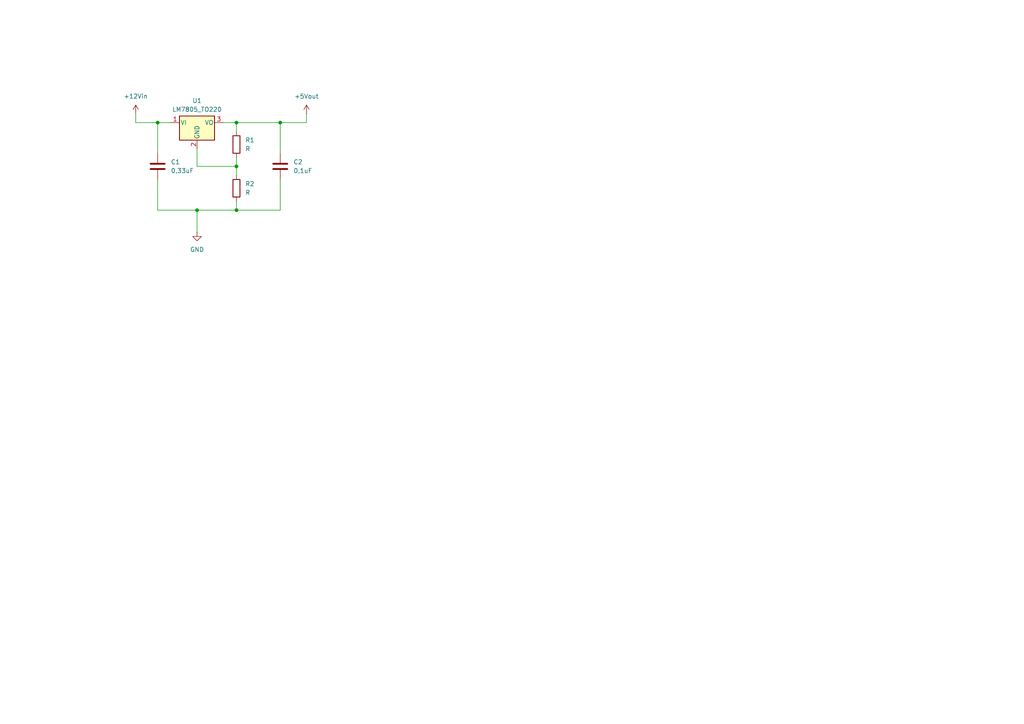
<source format=kicad_sch>
(kicad_sch (version 20250114) (generator "eeschema") (generator_version "9.0")
  (paper "A4")
  (lib_symbols
    (symbol "Device:C" (pin_numbers (hide yes)) (pin_names (offset 0.254))
      (property "Reference" "C" (at 0.635 2.54 0))
      (property "Value" "C" (at 0.635 -2.54 0))
      (symbol "C_0_1"
        (polyline (pts (xy -2.032 0.762) (xy 2.032 0.762)) (stroke (width 0.508)))
        (polyline (pts (xy -2.032 -0.762) (xy 2.032 -0.762)) (stroke (width 0.508)))
      )
      (symbol "C_1_1"
        (pin passive line (at 0 3.81 270) (length 2.794) (name "~") (number "1"))
        (pin passive line (at 0 -3.81 90) (length 2.794) (name "~") (number "2"))
      )
    )
    (symbol "Device:R" (pin_numbers (hide yes)) (pin_names (offset 0))
      (property "Reference" "R" (at 2.032 0 90))
      (property "Value" "R" (at 0 0 90))
      (symbol "R_0_1"
        (rectangle (start -1.016 -2.54) (end 1.016 2.54) (stroke (width 0.254)))
      )
      (symbol "R_1_1"
        (pin passive line (at 0 3.81 270) (length 1.27) (name "~") (number "1"))
        (pin passive line (at 0 -3.81 90) (length 1.27) (name "~") (number "2"))
      )
    )
    (symbol "Regulator_Linear:LM7805_TO220" (pin_names (offset 0.254))
      (property "Reference" "U" (at -3.81 3.175 0))
      (property "Value" "LM7805_TO220" (at 0 3.175 0))
      (symbol "LM7805_TO220_0_1"
        (rectangle (start -5.08 1.905) (end 5.08 -5.08) (stroke (width 0.254)) (fill (type background)))
      )
      (symbol "LM7805_TO220_1_1"
        (pin power_in line (at -7.62 0 0) (length 2.54) (name "VI") (number "1"))
        (pin power_in line (at 0 -7.62 90) (length 2.54) (name "GND") (number "2"))
        (pin power_out line (at 7.62 0 180) (length 2.54) (name "VO") (number "3"))
      )
    )
    (symbol "power:+12V" (power) (pin_numbers (hide yes)) (pin_names (offset 0) (hide yes))
      (property "Value" "+12V" (at 0 3.556 0))
      (symbol "+12V_0_1"
        (polyline (pts (xy -0.762 1.27) (xy 0 2.54)))
        (polyline (pts (xy 0 2.54) (xy 0.762 1.27)))
        (polyline (pts (xy 0 0) (xy 0 2.54)))
      )
      (symbol "+12V_1_1"
        (pin power_in line (at 0 0 90) (length 0) (name "~") (number "1"))
      )
    )
    (symbol "power:GND" (power) (pin_numbers (hide yes)) (pin_names (offset 0) (hide yes))
      (property "Value" "GND" (at 0 -3.81 0))
      (symbol "GND_0_1"
        (polyline (pts (xy 0 0) (xy 0 -1.27) (xy 1.27 -1.27) (xy 0 -2.54) (xy -1.27 -1.27) (xy 0 -1.27)))
      )
      (symbol "GND_1_1"
        (pin power_in line (at 0 0 270) (length 0) (name "~") (number "1"))
      )
    )
  )
  (junction (at 68.58 60.96))
  (junction (at 57.15 60.96))
  (junction (at 68.58 35.56))
  (junction (at 45.72 35.56))
  (junction (at 68.58 48.26))
  (junction (at 81.28 35.56))
  (wire (pts (xy 68.58 35.56) (xy 68.58 38.1)))
  (wire (pts (xy 68.58 48.26) (xy 68.58 50.8)))
  (wire (pts (xy 88.9 35.56) (xy 81.28 35.56)))
  (wire (pts (xy 45.72 60.96) (xy 57.15 60.96)))
  (wire (pts (xy 45.72 35.56) (xy 49.53 35.56)))
  (wire (pts (xy 39.37 35.56) (xy 45.72 35.56)))
  (wire (pts (xy 81.28 52.07) (xy 81.28 60.96)))
  (wire (pts (xy 68.58 60.96) (xy 81.28 60.96)))
  (wire (pts (xy 57.15 60.96) (xy 57.15 67.31)))
  (wire (pts (xy 64.77 35.56) (xy 68.58 35.56)))
  (wire (pts (xy 57.15 48.26) (xy 68.58 48.26)))
  (wire (pts (xy 57.15 43.18) (xy 57.15 48.26)))
  (wire (pts (xy 88.9 33.02) (xy 88.9 35.56)))
  (wire (pts (xy 68.58 45.72) (xy 68.58 48.26)))
  (wire (pts (xy 39.37 33.02) (xy 39.37 35.56)))
  (wire (pts (xy 45.72 52.07) (xy 45.72 60.96)))
  (wire (pts (xy 57.15 60.96) (xy 68.58 60.96)))
  (wire (pts (xy 68.58 58.42) (xy 68.58 60.96)))
  (wire (pts (xy 68.58 35.56) (xy 81.28 35.56)))
  (wire (pts (xy 45.72 35.56) (xy 45.72 44.45)))
  (wire (pts (xy 81.28 35.56) (xy 81.28 44.45)))
  (symbol (lib_id "Device:R") (at 68.58 54.61 0) (unit 1)
    (property "Reference" "R2" (at 71.12 53.3399 0) (effects (justify left)))
    (property "Value" "R" (at 71.12 55.8799 0) (effects (justify left)))
    (property "Description" "Resistor" (effects (hide yes)))
  )
  (symbol (lib_id "power:GND") (at 57.15 67.31 0) (unit 1)
    (property "Reference" "#PWR02" (effects (hide yes)))
    (property "Value" "GND" (at 57.15 72.39 0))
    (property "Description" "Power symbol creates a global label with name \"GND\" , ground" (effects (hide yes)))
  )
  (symbol (lib_id "Regulator_Linear:LM7805_TO220") (at 57.15 35.56 0) (unit 1)
    (property "Reference" "U1" (at 57.15 29.21 0))
    (property "Value" "LM7805_TO220" (at 57.15 31.75 0))
    (property "Footprint" "Package_TO_SOT_THT:TO-220-3_Vertical" (effects (hide yes)))
    (property "Datasheet" "https://www.onsemi.cn/PowerSolutions/document/MC7800-D.PDF" (effects (hide yes)))
    (property "Description" "Positive 1A 35V Linear Regulator, Fixed Output 5V, TO-220" (effects (hide yes)))
  )
  (symbol (lib_id "power:+12V") (at 39.37 33.02 0) (unit 1)
    (property "Reference" "#PWR01" (effects (hide yes)))
    (property "Value" "+12Vin" (at 39.37 27.94 0))
    (property "Description" "Power symbol creates a global label with name \"+12V\"" (effects (hide yes)))
  )
  (symbol (lib_id "Device:R") (at 68.58 41.91 0) (unit 1)
    (property "Reference" "R1" (at 71.12 40.6399 0) (effects (justify left)))
    (property "Value" "R" (at 71.12 43.1799 0) (effects (justify left)))
    (property "Description" "Resistor" (effects (hide yes)))
  )
  (symbol (lib_id "Device:C") (at 45.72 48.26 0) (unit 1)
    (property "Reference" "C1" (at 49.53 46.9899 0) (effects (justify left)))
    (property "Value" "0,33uF" (at 49.53 49.5299 0) (effects (justify left)))
    (property "Description" "Unpolarized capacitor" (effects (hide yes)))
  )
  (symbol (lib_id "power:+12V") (at 88.9 33.02 0) (unit 1)
    (property "Reference" "#PWR03" (effects (hide yes)))
    (property "Value" "+5Vout" (at 88.9 27.94 0))
    (property "Description" "Power symbol creates a global label with name \"+12V\"" (effects (hide yes)))
  )
  (symbol (lib_id "Device:C") (at 81.28 48.26 0) (unit 1)
    (property "Reference" "C2" (at 85.09 46.9899 0) (effects (justify left)))
    (property "Value" "0,1uF" (at 85.09 49.5299 0) (effects (justify left)))
    (property "Description" "Unpolarized capacitor" (effects (hide yes)))
  )
)
</source>
